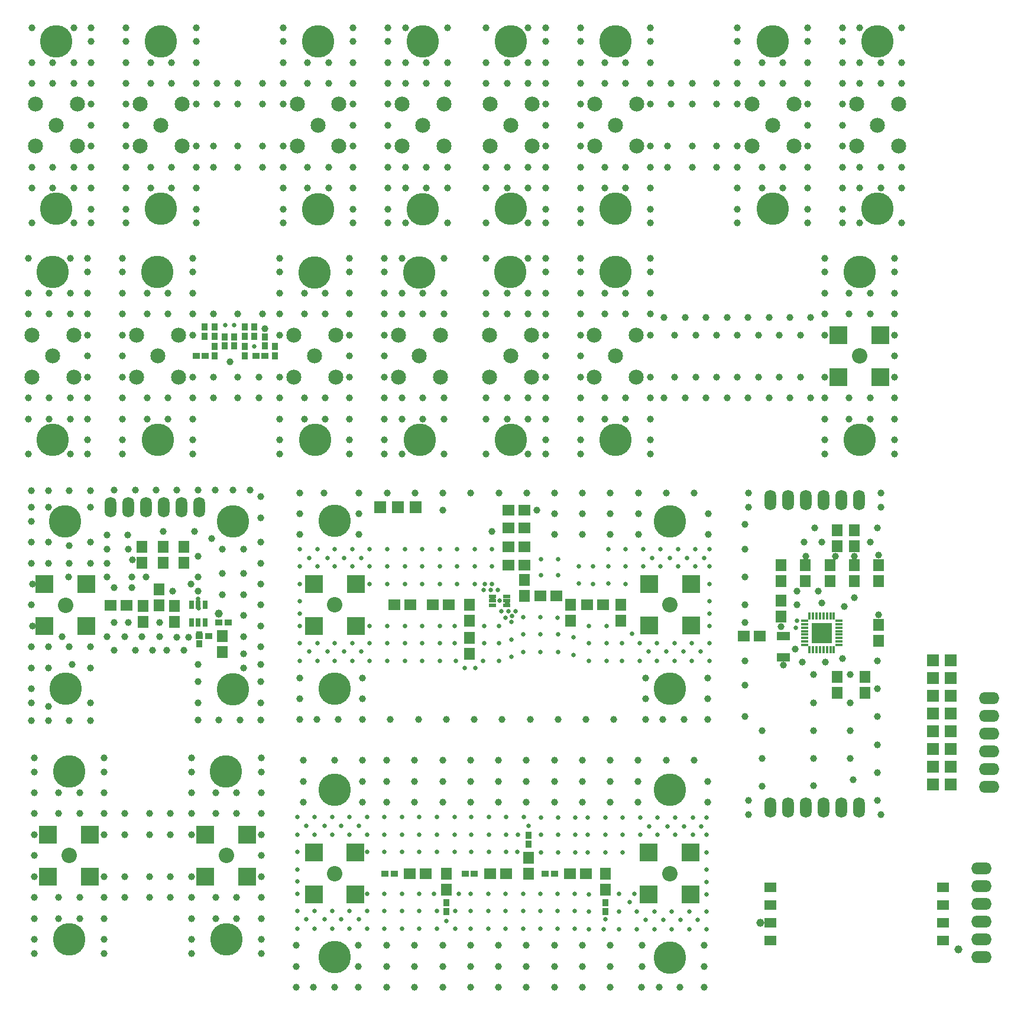
<source format=gbr>
G04 DesignSpark PCB Gerber Version 9.0 Build 5115 *
G04 #@! TF.Part,Single*
G04 #@! TF.FileFunction,Soldermask,Top *
G04 #@! TF.FilePolarity,Negative *
%FSLAX35Y35*%
%MOIN*%
G04 #@! TA.AperFunction,ComponentPad*
%ADD94O,0.06600X0.11600*%
G04 #@! TA.AperFunction,SMDPad,CuDef*
%ADD98R,0.01781X0.03946*%
%ADD96R,0.02765X0.04734*%
%ADD90R,0.03400X0.04100*%
%ADD92R,0.06100X0.06600*%
G04 #@! TA.AperFunction,ComponentPad*
%ADD101R,0.06600X0.06600*%
G04 #@! TA.AperFunction,SMDPad,CuDef*
%ADD99R,0.11624X0.11624*%
G04 #@! TA.AperFunction,ViaPad*
%ADD84C,0.02569*%
%ADD83C,0.03946*%
%ADD85C,0.04600*%
G04 #@! TA.AperFunction,ComponentPad*
%ADD103O,0.11600X0.06600*%
G04 #@! TA.AperFunction,SMDPad,CuDef*
%ADD97R,0.03946X0.01781*%
%ADD100R,0.04340X0.02175*%
%ADD91R,0.04100X0.03400*%
%ADD95R,0.07687X0.05128*%
%ADD102R,0.06506X0.05718*%
%ADD93R,0.06600X0.06100*%
G04 #@! TA.AperFunction,ComponentPad*
%ADD89C,0.08474*%
G04 #@! TA.AperFunction,SMDPad,CuDef*
%ADD86C,0.08671*%
%ADD87R,0.10443X0.10443*%
G04 #@! TA.AperFunction,ComponentPad*
%ADD88C,0.18317*%
X0Y0D02*
D02*
D83*
X13906Y307480D03*
Y327165D03*
Y338976D03*
Y386220D03*
Y398031D03*
Y417717D03*
X15402Y156850D03*
Y167087D03*
Y174961D03*
Y186772D03*
Y198583D03*
Y222205D03*
Y245827D03*
Y257638D03*
Y269449D03*
Y277323D03*
Y286772D03*
X15874Y437598D03*
Y457283D03*
Y469094D03*
Y516339D03*
Y528150D03*
Y547835D03*
X16189Y210394D03*
Y234016D03*
X17173Y25787D03*
Y33661D03*
Y45472D03*
Y57283D03*
Y69094D03*
Y80906D03*
Y92717D03*
Y104528D03*
Y116339D03*
Y128150D03*
Y136024D03*
X22882Y210000D03*
X23276Y234409D03*
X24417Y70551D03*
Y94173D03*
X25244Y156850D03*
Y165118D03*
Y186772D03*
Y198583D03*
Y245827D03*
Y257638D03*
Y277323D03*
Y286772D03*
X25717Y327165D03*
Y338976D03*
Y386220D03*
Y398031D03*
X27685Y457283D03*
Y469094D03*
Y516339D03*
Y528150D03*
X30953Y45472D03*
Y57283D03*
Y104528D03*
Y116339D03*
X32724Y204488D03*
X36661Y237953D03*
X37055Y156850D03*
Y198583D03*
Y245827D03*
Y255669D03*
Y286772D03*
X37528Y307480D03*
Y327165D03*
Y338976D03*
Y386220D03*
Y398031D03*
Y417717D03*
X38630Y188740D03*
X39496Y437598D03*
Y457283D03*
Y469094D03*
Y516339D03*
Y528150D03*
Y547835D03*
X42764Y45472D03*
Y57283D03*
Y104528D03*
Y116339D03*
X46504Y234016D03*
X46898Y210394D03*
X47370Y307480D03*
Y315354D03*
Y327165D03*
Y338976D03*
Y350787D03*
Y362598D03*
Y374409D03*
Y386220D03*
Y398031D03*
Y409843D03*
Y417717D03*
X48039Y70551D03*
Y94173D03*
X48866Y156850D03*
Y167087D03*
Y186772D03*
Y198583D03*
Y245827D03*
Y257638D03*
Y277323D03*
Y286772D03*
X49339Y437598D03*
Y445472D03*
Y457283D03*
Y469094D03*
Y480906D03*
Y492717D03*
Y504528D03*
Y516339D03*
Y528150D03*
Y539961D03*
Y547835D03*
X56543Y25787D03*
Y33661D03*
Y45472D03*
Y57283D03*
Y69094D03*
Y92717D03*
Y104528D03*
Y116339D03*
Y128150D03*
Y136024D03*
X58315Y204488D03*
Y237953D03*
Y245827D03*
Y253701D03*
Y261575D03*
X62252Y196614D03*
Y212362D03*
Y232047D03*
Y287165D03*
X67055Y307480D03*
Y315354D03*
Y327165D03*
Y338976D03*
Y350787D03*
Y362598D03*
Y374409D03*
Y386220D03*
Y398031D03*
Y409843D03*
Y417717D03*
X68157Y204488D03*
X68354Y57283D03*
Y69094D03*
Y92717D03*
Y104528D03*
X69024Y437598D03*
Y445472D03*
Y457283D03*
Y469094D03*
Y480906D03*
Y492717D03*
Y504528D03*
Y516339D03*
Y528150D03*
Y539961D03*
Y547835D03*
X69732Y261575D03*
X70126Y212362D03*
Y253701D03*
X72094Y232047D03*
Y237953D03*
X72488Y247795D03*
X74063Y196614D03*
Y287165D03*
X78000Y204488D03*
Y212362D03*
X80362Y237953D03*
X80835Y327165D03*
Y338976D03*
Y386220D03*
Y398031D03*
X82134Y57283D03*
Y69094D03*
Y92717D03*
Y104528D03*
X82803Y457283D03*
Y469094D03*
Y516339D03*
Y528150D03*
X83906Y196614D03*
X85874Y287165D03*
X87843Y204488D03*
Y212362D03*
Y232047D03*
X89811Y263543D03*
X91780Y196614D03*
X92646Y327165D03*
Y338976D03*
Y386220D03*
Y398031D03*
X93945Y57283D03*
Y69094D03*
Y92717D03*
Y104528D03*
X94614Y457283D03*
Y469094D03*
Y516339D03*
Y528150D03*
X95323Y230079D03*
X97685Y204094D03*
Y287165D03*
X101622Y196614D03*
X104378Y204094D03*
X105559Y234016D03*
X105756Y25787D03*
Y33661D03*
Y45472D03*
Y57283D03*
Y69094D03*
Y92717D03*
Y104528D03*
Y116339D03*
Y128150D03*
Y136024D03*
X106425Y307480D03*
Y315354D03*
Y327165D03*
Y338976D03*
Y350787D03*
Y374409D03*
Y386220D03*
Y398031D03*
Y409843D03*
Y417717D03*
X107528Y263543D03*
X108394Y437598D03*
Y445472D03*
Y457283D03*
Y469094D03*
Y480906D03*
Y504528D03*
Y516339D03*
Y528150D03*
Y539961D03*
Y547835D03*
X109496Y157244D03*
Y167087D03*
Y178898D03*
Y188740D03*
Y230079D03*
Y237953D03*
Y249764D03*
Y287165D03*
X113709Y69094D03*
X114496Y92717D03*
X117370Y259606D03*
X118236Y338976D03*
Y350787D03*
Y386220D03*
Y469094D03*
Y480906D03*
X119339Y287165D03*
X119535Y45472D03*
Y57283D03*
Y104528D03*
Y116339D03*
X120205Y504528D03*
Y516339D03*
X121307Y157244D03*
X123079Y195433D03*
X123276Y228110D03*
Y239921D03*
Y253701D03*
X127685Y359449D03*
X129181Y287165D03*
X131346Y45472D03*
Y57283D03*
Y104528D03*
Y116339D03*
X132016Y338976D03*
Y350787D03*
Y386220D03*
Y469094D03*
Y480906D03*
Y504528D03*
Y516339D03*
X133118Y157244D03*
X135087Y186772D03*
Y194646D03*
Y204488D03*
Y216299D03*
Y228110D03*
Y239921D03*
Y253701D03*
X137331Y69094D03*
Y92717D03*
X139024Y287165D03*
X143827Y338976D03*
Y350787D03*
X144929Y157244D03*
Y167087D03*
Y178898D03*
Y188740D03*
Y198583D03*
Y210394D03*
Y222205D03*
Y234016D03*
Y245827D03*
Y257638D03*
Y271417D03*
Y283228D03*
X145126Y25787D03*
Y33661D03*
Y45472D03*
Y57283D03*
Y69094D03*
Y80906D03*
Y92717D03*
Y104528D03*
Y116339D03*
Y128150D03*
Y136024D03*
X145795Y386220D03*
Y469094D03*
Y480906D03*
Y504528D03*
Y516339D03*
X147370Y377953D03*
X155638Y307480D03*
Y315354D03*
Y327165D03*
Y338976D03*
Y350787D03*
Y374409D03*
Y386220D03*
Y398031D03*
Y409843D03*
Y417717D03*
X157606Y437598D03*
Y445472D03*
Y457283D03*
Y469094D03*
Y480906D03*
Y504528D03*
Y516339D03*
Y528150D03*
Y539961D03*
Y547835D03*
X164929Y6614D03*
Y18425D03*
Y30236D03*
X167016Y157520D03*
Y169331D03*
Y181142D03*
Y261850D03*
Y273661D03*
Y285472D03*
X168866Y110945D03*
Y122756D03*
Y134567D03*
X169417Y327165D03*
Y338976D03*
Y386220D03*
Y398031D03*
X171386Y457283D03*
Y469094D03*
Y516339D03*
Y528150D03*
X174614Y6614D03*
X174732Y210630D03*
Y234252D03*
X174969Y58819D03*
Y82441D03*
X176701Y157520D03*
X180638Y285472D03*
X181228Y327165D03*
Y338976D03*
Y386220D03*
Y398031D03*
X183197Y457283D03*
Y469094D03*
Y516339D03*
Y528150D03*
X186425Y6614D03*
Y134567D03*
X188512Y157520D03*
X195008Y307480D03*
Y315354D03*
Y327165D03*
Y338976D03*
Y350787D03*
Y362598D03*
Y374409D03*
Y386220D03*
Y398031D03*
Y409843D03*
Y417717D03*
X196976Y437598D03*
Y445472D03*
Y457283D03*
Y469094D03*
Y480906D03*
Y492717D03*
Y504528D03*
Y516339D03*
Y528150D03*
Y539961D03*
Y547835D03*
X198354Y234252D03*
X198591Y58819D03*
Y82835D03*
X198748Y210630D03*
X200047Y6614D03*
Y18425D03*
Y30236D03*
X200323Y261850D03*
Y273661D03*
Y285472D03*
X202134Y157520D03*
Y169331D03*
Y181142D03*
X202173Y110945D03*
Y122756D03*
Y134567D03*
X214693Y307480D03*
Y315354D03*
Y327165D03*
Y338976D03*
Y350787D03*
Y362598D03*
Y374409D03*
Y386220D03*
Y398031D03*
Y409843D03*
Y417717D03*
X215953Y6614D03*
Y18425D03*
Y30236D03*
Y110945D03*
Y122756D03*
Y134567D03*
X216071Y285472D03*
X216661Y437598D03*
Y445472D03*
Y457283D03*
Y469094D03*
Y480906D03*
Y492717D03*
Y504528D03*
Y516339D03*
Y528150D03*
Y539961D03*
Y547835D03*
X218039Y157520D03*
X224535Y307480D03*
Y327165D03*
Y338976D03*
Y386220D03*
Y398031D03*
Y417717D03*
X226504Y437598D03*
Y457283D03*
Y469094D03*
Y516339D03*
Y528150D03*
Y547835D03*
X231701Y6614D03*
Y18425D03*
Y30236D03*
Y110945D03*
Y122756D03*
Y134567D03*
X231819Y285472D03*
X233787Y157520D03*
X236346Y327165D03*
Y338976D03*
Y386220D03*
Y398031D03*
X238315Y457283D03*
Y469094D03*
Y516339D03*
Y528150D03*
X247449Y6614D03*
Y18425D03*
Y30236D03*
Y110945D03*
Y122756D03*
Y134567D03*
X247567Y275630D03*
Y285472D03*
X248157Y307480D03*
Y327165D03*
Y338976D03*
Y386220D03*
Y398031D03*
Y417717D03*
X249535Y157520D03*
X250126Y437598D03*
Y457283D03*
Y469094D03*
Y516339D03*
Y528150D03*
Y547835D03*
X262921Y194882D03*
X263197Y6614D03*
Y18425D03*
Y30236D03*
Y110945D03*
Y122756D03*
Y134567D03*
X263315Y285472D03*
X265283Y157520D03*
X271976Y307480D03*
Y327165D03*
Y338976D03*
Y386220D03*
Y398031D03*
Y417717D03*
Y437598D03*
Y457283D03*
Y469094D03*
Y516339D03*
Y528150D03*
Y547835D03*
X275126Y263819D03*
X278945Y6614D03*
Y18425D03*
Y30236D03*
Y110945D03*
Y122756D03*
Y134567D03*
X279063Y285472D03*
X281031Y157520D03*
X283787Y327165D03*
Y338976D03*
Y386220D03*
Y398031D03*
Y457283D03*
Y469094D03*
Y516339D03*
Y528150D03*
X284575Y244488D03*
Y255118D03*
X293630Y275984D03*
X294693Y6614D03*
Y18425D03*
Y30236D03*
Y110945D03*
Y122756D03*
Y134567D03*
X294811Y285472D03*
X295598Y307480D03*
Y327165D03*
Y338976D03*
Y386220D03*
Y398031D03*
Y417717D03*
Y437598D03*
Y457283D03*
Y469094D03*
Y516339D03*
Y528150D03*
Y547835D03*
X296780Y157520D03*
X300717Y275630D03*
X305441Y307480D03*
Y315354D03*
Y327165D03*
Y338976D03*
Y350787D03*
Y362598D03*
Y374409D03*
Y386220D03*
Y398031D03*
Y409843D03*
Y417717D03*
Y437598D03*
Y445472D03*
Y457283D03*
Y469094D03*
Y480906D03*
Y492717D03*
Y504528D03*
Y516339D03*
Y528150D03*
Y539961D03*
Y547835D03*
X310441Y6614D03*
Y18425D03*
Y30236D03*
Y110945D03*
Y122756D03*
Y134567D03*
X310559Y261850D03*
Y273661D03*
Y285472D03*
X312528Y157520D03*
X320008Y213386D03*
X325126Y307480D03*
Y315354D03*
Y327165D03*
Y338976D03*
Y350787D03*
Y362598D03*
Y374409D03*
Y386220D03*
Y398031D03*
Y409843D03*
Y417717D03*
Y437598D03*
Y445472D03*
Y457283D03*
Y469094D03*
Y480906D03*
Y492717D03*
Y504528D03*
Y516339D03*
Y528150D03*
Y539961D03*
Y547835D03*
X326189Y6614D03*
Y18425D03*
Y30236D03*
Y110945D03*
Y122756D03*
Y134567D03*
X326307Y261850D03*
Y273661D03*
Y285472D03*
X328276Y157520D03*
X338906Y327165D03*
Y338976D03*
Y386220D03*
Y398031D03*
Y457283D03*
Y469094D03*
Y516339D03*
Y528150D03*
X341937Y6614D03*
Y18425D03*
Y30236D03*
Y110945D03*
Y122756D03*
Y134567D03*
X342055Y261850D03*
Y273661D03*
Y285472D03*
X344024Y157520D03*
X347961Y212992D03*
X350717Y327165D03*
Y338976D03*
Y386220D03*
Y398031D03*
Y457283D03*
Y469094D03*
Y516339D03*
Y528150D03*
X357685Y110945D03*
Y122756D03*
Y134567D03*
X357803Y261850D03*
Y273661D03*
Y285472D03*
X359654Y6614D03*
X359811Y18425D03*
Y30236D03*
X361740Y157520D03*
X361898Y169331D03*
Y181142D03*
X363709Y234252D03*
X363945Y58425D03*
Y82835D03*
X364102Y210630D03*
X364496Y307480D03*
Y315354D03*
Y327165D03*
Y338976D03*
Y350787D03*
Y374409D03*
Y386220D03*
Y398031D03*
Y409843D03*
Y417717D03*
Y437598D03*
Y445472D03*
Y457283D03*
Y469094D03*
Y480906D03*
Y504528D03*
Y516339D03*
Y528150D03*
Y539961D03*
Y547835D03*
X369496Y6614D03*
X371583Y157520D03*
X372370Y338976D03*
Y384252D03*
X373433Y134567D03*
X373551Y285472D03*
X374339Y469094D03*
Y480906D03*
X376307Y504528D03*
Y516339D03*
X378276Y350787D03*
Y374409D03*
X381307Y6614D03*
X383394Y157520D03*
X384181Y338976D03*
Y384252D03*
X387173Y58819D03*
Y82835D03*
X387331Y210630D03*
X387724Y234646D03*
X388118Y469094D03*
Y480906D03*
Y504528D03*
Y516339D03*
X389181Y134567D03*
X389299Y285472D03*
X390087Y350787D03*
Y374409D03*
X394929Y6614D03*
Y18425D03*
Y30236D03*
X395992Y338976D03*
Y384252D03*
X397016Y157520D03*
Y169331D03*
Y181142D03*
X397055Y110945D03*
Y122756D03*
X397173Y261850D03*
Y273661D03*
X401898Y350787D03*
Y374409D03*
Y469094D03*
Y480906D03*
Y504528D03*
Y516339D03*
X407803Y338976D03*
Y384252D03*
X413709Y350787D03*
Y374409D03*
Y437598D03*
Y445472D03*
Y457283D03*
Y469094D03*
Y480906D03*
Y504528D03*
Y516339D03*
Y528150D03*
Y539961D03*
Y547835D03*
X417843Y159252D03*
Y176969D03*
Y190748D03*
Y212402D03*
Y222244D03*
Y237992D03*
Y253740D03*
Y267520D03*
X419614Y338976D03*
Y384252D03*
X419811Y104134D03*
Y112008D03*
Y277362D03*
Y285236D03*
X425520Y350787D03*
Y374409D03*
X427488Y457283D03*
Y469094D03*
Y516339D03*
Y528150D03*
X427685Y119882D03*
Y135630D03*
Y151378D03*
X431425Y338976D03*
Y384252D03*
X437331Y350787D03*
Y374409D03*
X438315Y210039D03*
X439299Y457283D03*
Y469094D03*
Y516339D03*
Y528150D03*
X439496Y188386D03*
X443236Y338976D03*
Y384252D03*
X446189Y197441D03*
X447370Y222244D03*
Y230118D03*
X449142Y350787D03*
Y374409D03*
X450126Y189961D03*
X451307Y257677D03*
X452094Y249803D03*
X453079Y437598D03*
Y445472D03*
Y457283D03*
Y469094D03*
Y480906D03*
Y492717D03*
Y504528D03*
Y516339D03*
Y528150D03*
Y539961D03*
Y547835D03*
X455047Y338976D03*
Y384252D03*
X456425Y120276D03*
Y135630D03*
Y151378D03*
Y167126D03*
Y182874D03*
X457213Y265551D03*
X459181Y230118D03*
X461150Y223425D03*
Y257677D03*
X462921Y307480D03*
Y315354D03*
Y327165D03*
Y338976D03*
Y350787D03*
Y374409D03*
Y386220D03*
Y398031D03*
Y409843D03*
Y417717D03*
X463118Y189961D03*
X469024Y249803D03*
X470598Y350787D03*
Y374409D03*
X472764Y437598D03*
Y445472D03*
Y457283D03*
Y469094D03*
Y480906D03*
Y492717D03*
Y504528D03*
Y516339D03*
Y528150D03*
Y539961D03*
Y547835D03*
X472961Y191929D03*
X473748Y221260D03*
X476701Y327165D03*
Y338976D03*
Y386220D03*
Y398031D03*
X477291Y135630D03*
Y151378D03*
Y167126D03*
Y182874D03*
X478866Y123819D03*
X479575Y249803D03*
X479654Y226378D03*
X482606Y437598D03*
Y457283D03*
Y469094D03*
Y516339D03*
Y528150D03*
Y547835D03*
X488512Y327165D03*
Y338976D03*
Y386220D03*
Y398031D03*
X488709Y257677D03*
X492646Y112008D03*
Y127756D03*
Y143504D03*
Y159252D03*
Y175000D03*
Y190748D03*
Y265551D03*
X493354Y216732D03*
Y250197D03*
X494220Y374409D03*
X494417Y350984D03*
Y457283D03*
Y469094D03*
Y516339D03*
Y528150D03*
X494614Y104134D03*
Y277362D03*
Y285236D03*
X502291Y307480D03*
Y315354D03*
Y327165D03*
Y338976D03*
Y350787D03*
Y362598D03*
Y374409D03*
Y386220D03*
Y398031D03*
Y409843D03*
Y417717D03*
X506228Y437598D03*
Y457283D03*
Y469094D03*
Y516339D03*
Y528150D03*
Y547835D03*
D02*
D84*
X109575Y225748D03*
X109890Y220236D03*
X109969Y200197D03*
X113118Y373425D03*
X124929Y380118D03*
X126504Y212402D03*
X130047Y380118D03*
X141071Y367913D03*
Y373425D03*
X147370D03*
X165480Y39685D03*
Y49528D03*
Y59370D03*
Y66260D03*
Y73150D03*
Y82992D03*
Y92835D03*
Y102677D03*
X167016Y190748D03*
Y200591D03*
Y210433D03*
Y217323D03*
Y224213D03*
Y234055D03*
Y243898D03*
Y253740D03*
X170717Y44843D03*
Y97638D03*
X172252Y195906D03*
Y248701D03*
X175323Y39685D03*
Y49528D03*
Y92835D03*
Y102677D03*
X176858Y190748D03*
Y200591D03*
Y243898D03*
Y253740D03*
X180874Y44843D03*
Y97638D03*
X182409Y195906D03*
Y248701D03*
X185165Y39685D03*
Y49528D03*
Y92835D03*
Y102677D03*
X186701Y190748D03*
Y200591D03*
Y243898D03*
Y253740D03*
X190362Y44843D03*
Y97638D03*
X191898Y195906D03*
Y248701D03*
X195008Y39685D03*
Y49528D03*
Y92835D03*
Y102677D03*
X196543Y190748D03*
Y200591D03*
Y243898D03*
Y253740D03*
X200165Y44843D03*
Y97638D03*
X201701Y195906D03*
Y248701D03*
X204850Y39685D03*
Y49528D03*
Y59370D03*
Y82992D03*
Y92835D03*
Y102677D03*
X206386Y190748D03*
Y200591D03*
Y210433D03*
Y234055D03*
Y243898D03*
Y253740D03*
X214693Y39685D03*
Y49528D03*
Y59370D03*
Y82992D03*
Y92835D03*
Y102677D03*
X216228Y190748D03*
Y200591D03*
Y210433D03*
Y234055D03*
Y243898D03*
Y253740D03*
X224535Y39685D03*
Y49528D03*
Y59370D03*
Y82992D03*
Y92835D03*
Y102677D03*
X226071Y190748D03*
Y200591D03*
Y210433D03*
Y234055D03*
Y243898D03*
Y253740D03*
X234378Y39685D03*
Y49528D03*
Y59370D03*
Y82992D03*
Y92835D03*
Y102677D03*
X235913Y190748D03*
Y200591D03*
Y210433D03*
Y234055D03*
Y243898D03*
Y253740D03*
X242646Y59370D03*
X244220Y39685D03*
Y49528D03*
Y82992D03*
Y92835D03*
Y102677D03*
X245756Y190748D03*
Y200591D03*
Y210433D03*
Y234055D03*
Y243898D03*
Y253740D03*
X249614Y44173D03*
Y49370D03*
X254063Y82992D03*
Y92835D03*
Y102677D03*
X254378Y200591D03*
Y210433D03*
X254614Y39685D03*
Y49528D03*
X254811Y190748D03*
X255598Y234055D03*
Y243898D03*
Y253740D03*
X256425Y59370D03*
X259811Y186654D03*
X263236Y39685D03*
Y49528D03*
Y59370D03*
X263669Y82992D03*
Y92835D03*
Y102677D03*
X265441Y234055D03*
Y243898D03*
Y253740D03*
X265953Y186654D03*
X270323Y190748D03*
X270638Y230512D03*
X270756Y200591D03*
Y210433D03*
X271346Y234055D03*
X273079Y39685D03*
Y49528D03*
Y59370D03*
X273512Y82992D03*
Y92835D03*
Y102677D03*
X274575Y230512D03*
X275283Y234055D03*
Y243898D03*
Y253740D03*
X275520Y225984D03*
X278512Y230551D03*
X279378Y190748D03*
Y200591D03*
Y210433D03*
X279535Y224606D03*
X280559Y218701D03*
X282803Y215000D03*
X282921Y39685D03*
Y49528D03*
Y59370D03*
X283354Y82992D03*
Y92835D03*
Y102677D03*
X283787Y223228D03*
X284496Y218701D03*
X286307Y192992D03*
Y202835D03*
Y212677D03*
X286583Y216142D03*
X288433Y218740D03*
X289496Y82992D03*
X289969Y92835D03*
X292764Y39685D03*
Y49528D03*
Y59370D03*
X292843Y195709D03*
Y205551D03*
Y215394D03*
X293197Y102677D03*
X295913Y92677D03*
Y97520D03*
X302606Y39685D03*
Y49528D03*
Y59370D03*
X302685Y195709D03*
Y205551D03*
Y215394D03*
X302764Y239016D03*
Y248071D03*
X302843Y82795D03*
Y92638D03*
Y102480D03*
X312094Y214843D03*
X312213Y39685D03*
Y49528D03*
Y59370D03*
X312449Y82795D03*
Y92638D03*
Y102480D03*
X312528Y195709D03*
Y205551D03*
X312606Y239016D03*
Y248071D03*
X321189Y194134D03*
Y203976D03*
X322055Y39685D03*
Y49528D03*
Y59370D03*
X322291Y82795D03*
Y92638D03*
Y102480D03*
X324339Y234488D03*
Y243937D03*
X329339Y82795D03*
Y92638D03*
Y102480D03*
X329929Y39488D03*
Y49331D03*
Y59173D03*
X329969Y190787D03*
Y200630D03*
Y210472D03*
X332213Y234094D03*
Y243937D03*
X338236Y39488D03*
X339102Y44882D03*
Y48976D03*
X339181Y82795D03*
Y92638D03*
Y102480D03*
X339811Y190787D03*
Y200630D03*
Y210472D03*
X340756Y234291D03*
Y243937D03*
Y253780D03*
X347055Y39488D03*
Y49331D03*
Y59252D03*
X348630Y190787D03*
Y200630D03*
X349024Y82795D03*
Y92638D03*
Y102480D03*
X350598Y234094D03*
Y243937D03*
Y253780D03*
X352724Y54724D03*
X354299Y206024D03*
X355638Y59252D03*
X356898Y39488D03*
Y49331D03*
X358472Y190787D03*
Y200630D03*
X358866Y92638D03*
Y102480D03*
X360441Y243937D03*
Y253780D03*
X361858Y44724D03*
X363433Y196024D03*
X363906Y97402D03*
X365480Y248701D03*
X366740Y39488D03*
Y49331D03*
X368315Y190787D03*
Y200630D03*
X368709Y92638D03*
Y102480D03*
X370283Y243937D03*
Y253780D03*
X372016Y44724D03*
X373591Y196024D03*
X374063Y97402D03*
X375638Y248701D03*
X376583Y39488D03*
Y49331D03*
X378157Y190787D03*
Y200630D03*
X378551Y92638D03*
Y102480D03*
X380126Y243937D03*
Y253780D03*
X381504Y44724D03*
X383079Y196024D03*
X383551Y97402D03*
X385126Y248701D03*
X386425Y39488D03*
Y49331D03*
X388000Y190787D03*
Y200630D03*
X388394Y92638D03*
Y102480D03*
X389969Y243937D03*
Y253780D03*
X391307Y44724D03*
X392882Y196024D03*
X393354Y97402D03*
X394929Y248701D03*
X396268Y39488D03*
Y49331D03*
Y59173D03*
Y66063D03*
Y72953D03*
Y82795D03*
Y92638D03*
Y102480D03*
X397843Y190787D03*
Y200630D03*
Y210472D03*
Y217362D03*
Y224252D03*
Y234094D03*
Y243937D03*
Y253780D03*
X417252Y204331D03*
X446583Y209252D03*
X447370Y213386D03*
X457213Y202559D03*
Y210433D03*
X461150Y206496D03*
X465087Y202559D03*
Y210433D03*
D02*
D85*
X101622Y245972D03*
D03*
X121316Y217323D03*
X426504Y43031D03*
X432311Y33031D03*
Y43031D03*
Y53031D03*
Y63031D03*
X493433Y201772D03*
X529260Y33071D03*
X529555Y43031D03*
Y53031D03*
Y63031D03*
X538315Y27953D03*
D02*
D86*
X34772Y222126D03*
X36858Y80906D03*
X125441D03*
X186543Y70787D03*
X186701Y222244D03*
X375520Y70787D03*
X375598Y222323D03*
X482528Y362598D03*
D02*
D87*
X22961Y210315D03*
Y233937D03*
X25047Y69094D03*
Y92717D03*
X46583Y210315D03*
Y233937D03*
X48669Y69094D03*
Y92717D03*
X113630Y69094D03*
Y92717D03*
X137252Y69094D03*
Y92717D03*
X174732Y58976D03*
Y82598D03*
X174890Y210433D03*
Y234055D03*
X198354Y58976D03*
Y82598D03*
X198512Y210433D03*
Y234055D03*
X363709Y58976D03*
Y82598D03*
X363787Y210512D03*
Y234134D03*
X387331Y58976D03*
Y82598D03*
X387409Y210512D03*
Y234134D03*
X470717Y350787D03*
Y374409D03*
X494339Y350787D03*
Y374409D03*
D02*
D88*
X27606Y409921D03*
X27685Y315433D03*
X29575Y540039D03*
X29654Y445551D03*
X34693Y269449D03*
X34772Y174961D03*
X36780Y128228D03*
X36858Y33740D03*
X86661Y409921D03*
X86740Y315433D03*
X88630Y540039D03*
X88709Y445551D03*
X125362Y128228D03*
X125441Y33740D03*
X129181Y269291D03*
X129260Y174803D03*
X175323Y409764D03*
X175402Y315276D03*
X177213Y539961D03*
X177291Y445472D03*
X186465Y118110D03*
X186543Y23622D03*
X186622Y269567D03*
X186701Y175079D03*
X234378Y409764D03*
X234457Y315276D03*
X236268Y539961D03*
X236346Y445472D03*
X285677Y409921D03*
X285756Y315433D03*
X285874Y540039D03*
X285953Y445551D03*
X344732Y409921D03*
X344811Y315433D03*
X344929Y540039D03*
X345008Y445551D03*
X375520Y117953D03*
X375598Y23465D03*
Y269488D03*
X375677Y175000D03*
X433512Y540039D03*
X433591Y445551D03*
X482449Y409921D03*
X482528Y315433D03*
X492567Y540039D03*
X492646Y445551D03*
D02*
D89*
X15874Y350787D03*
Y374409D03*
X17843Y480906D03*
Y504528D03*
X27685Y362598D03*
X29654Y492717D03*
X39496Y350787D03*
Y374409D03*
X41465Y480906D03*
Y504528D03*
X74929Y350787D03*
Y374409D03*
X76898Y480906D03*
Y504528D03*
X86740Y362598D03*
X88709Y492717D03*
X98551Y350787D03*
Y374409D03*
X100520Y480906D03*
Y504528D03*
X163512Y350787D03*
Y374409D03*
X165402Y480984D03*
Y504606D03*
X175323Y362598D03*
X177213Y492795D03*
X187134Y350787D03*
Y374409D03*
X189024Y480984D03*
Y504606D03*
X222567Y350787D03*
Y374409D03*
X224457Y480984D03*
Y504606D03*
X234378Y362598D03*
X236268Y492795D03*
X246189Y350787D03*
Y374409D03*
X248079Y480984D03*
Y504606D03*
X273945Y350787D03*
Y374409D03*
X274142Y480906D03*
Y504528D03*
X285756Y362598D03*
X285953Y492717D03*
X297567Y350787D03*
Y374409D03*
X297764Y480906D03*
Y504528D03*
X333000Y350787D03*
Y374409D03*
X333197Y480906D03*
Y504528D03*
X344811Y362598D03*
X345008Y492717D03*
X356622Y350787D03*
Y374409D03*
X356819Y480906D03*
Y504528D03*
X421780Y480906D03*
Y504528D03*
X433591Y492717D03*
X445402Y480906D03*
Y504528D03*
X480835Y480906D03*
Y504528D03*
X492646Y492717D03*
X504457Y480906D03*
Y504528D03*
D02*
D90*
X110087Y200206D03*
Y205306D03*
X113118Y373828D03*
Y378928D03*
X119024Y362804D03*
Y367904D03*
Y373828D03*
Y378928D03*
X124535Y368316D03*
Y373416D03*
X130047Y368316D03*
Y373416D03*
X135953Y362804D03*
Y367904D03*
Y373828D03*
Y378928D03*
X141071Y373828D03*
Y378928D03*
X147370Y368316D03*
Y373416D03*
X152882Y362804D03*
Y367904D03*
X249614Y49222D03*
Y54322D03*
X295913Y87253D03*
Y92353D03*
X339142Y49222D03*
Y54322D03*
D02*
D91*
X108600Y362598D03*
X110293Y204791D03*
X113700Y362598D03*
X115393Y204791D03*
X121316Y212272D03*
X126416D03*
X142064Y362598D03*
X147164D03*
X215056Y70787D03*
X220156D03*
X260214D03*
X265314D03*
X305371D03*
X310471D03*
D02*
D92*
X78000Y245972D03*
Y254972D03*
X78472Y212823D03*
Y221823D03*
X87528Y221878D03*
Y230878D03*
X89811Y245972D03*
Y254972D03*
X96189Y212823D03*
Y221823D03*
X101622Y245972D03*
Y254972D03*
X123079Y195567D03*
Y204567D03*
X249614Y61799D03*
Y70799D03*
X262567Y194791D03*
Y203791D03*
Y213177D03*
Y222177D03*
X293591Y227193D03*
Y236193D03*
X295913Y70776D03*
Y79776D03*
X319575Y213295D03*
Y222295D03*
X339142Y61799D03*
Y70799D03*
X347961Y213335D03*
Y222335D03*
X438236Y235539D03*
Y244539D03*
X438315Y215776D03*
Y224776D03*
X452016Y235736D03*
Y244736D03*
X465795Y235539D03*
Y244539D03*
X469732Y172547D03*
Y181547D03*
Y255224D03*
Y264224D03*
X479575Y235539D03*
Y244539D03*
Y255224D03*
Y264224D03*
X485480Y172547D03*
Y181547D03*
X493354Y202075D03*
Y211075D03*
Y235539D03*
Y244539D03*
D02*
D93*
X60193Y222047D03*
X69193D03*
X220075Y222244D03*
X228894Y70787D03*
X229075Y222244D03*
X237894Y70787D03*
X241846Y222244D03*
X250846D03*
X274248Y70787D03*
X283248D03*
X284406Y265787D03*
Y275630D03*
X284524Y244646D03*
X284563Y255000D03*
X293406Y265787D03*
Y275630D03*
X293524Y244646D03*
X293563Y255000D03*
X302516Y227205D03*
X311516D03*
X319327Y70787D03*
X328327D03*
X328933Y222283D03*
X337933D03*
X417280Y204528D03*
X426280D03*
D02*
D94*
X60283Y277323D03*
X70283D03*
X80283D03*
X90283D03*
X100283D03*
X110283D03*
X432213Y108071D03*
Y281299D03*
X442213Y108071D03*
Y281299D03*
X452213Y108071D03*
Y281299D03*
X462213Y108071D03*
Y281299D03*
X472213Y108071D03*
Y281299D03*
X482213Y108071D03*
Y281299D03*
D02*
D95*
X439496Y192717D03*
Y204528D03*
D02*
D96*
X105953Y212272D03*
Y222508D03*
X109693Y212272D03*
Y222508D03*
X113433Y212272D03*
Y222508D03*
D02*
D97*
X451504Y199606D03*
Y201575D03*
Y203543D03*
Y205512D03*
Y207480D03*
Y209449D03*
Y211417D03*
Y213386D03*
X470795Y199606D03*
Y201575D03*
Y203543D03*
Y205512D03*
Y207480D03*
Y209449D03*
Y211417D03*
Y213386D03*
D02*
D98*
X454260Y196850D03*
Y216142D03*
X456228Y196850D03*
Y216142D03*
X458197Y196850D03*
Y216142D03*
X460165Y196850D03*
Y216142D03*
X462134Y196850D03*
Y216142D03*
X464102Y196850D03*
Y216142D03*
X466071Y196850D03*
Y216142D03*
X468039Y196850D03*
Y216142D03*
D02*
D99*
X461150Y206496D03*
D02*
D100*
X275598Y222047D03*
Y224606D03*
Y227165D03*
X283472Y222047D03*
Y224606D03*
Y227165D03*
D02*
D101*
X212213Y277441D03*
X222213D03*
X232213D03*
X523748Y120866D03*
Y130866D03*
Y140866D03*
Y150866D03*
Y160866D03*
Y170866D03*
Y180866D03*
Y190866D03*
X533748Y120866D03*
Y130866D03*
Y140866D03*
Y150866D03*
Y160866D03*
Y170866D03*
Y180866D03*
Y190866D03*
D02*
D102*
X432311Y33031D03*
Y43031D03*
Y53031D03*
Y63031D03*
X529555Y33031D03*
Y43031D03*
Y53031D03*
Y63031D03*
D02*
D103*
X551307Y23622D03*
Y33622D03*
Y43622D03*
Y53622D03*
Y63622D03*
Y73622D03*
X555638Y119606D03*
Y129606D03*
Y139606D03*
Y149606D03*
Y159606D03*
Y169606D03*
X0Y0D02*
M02*

</source>
